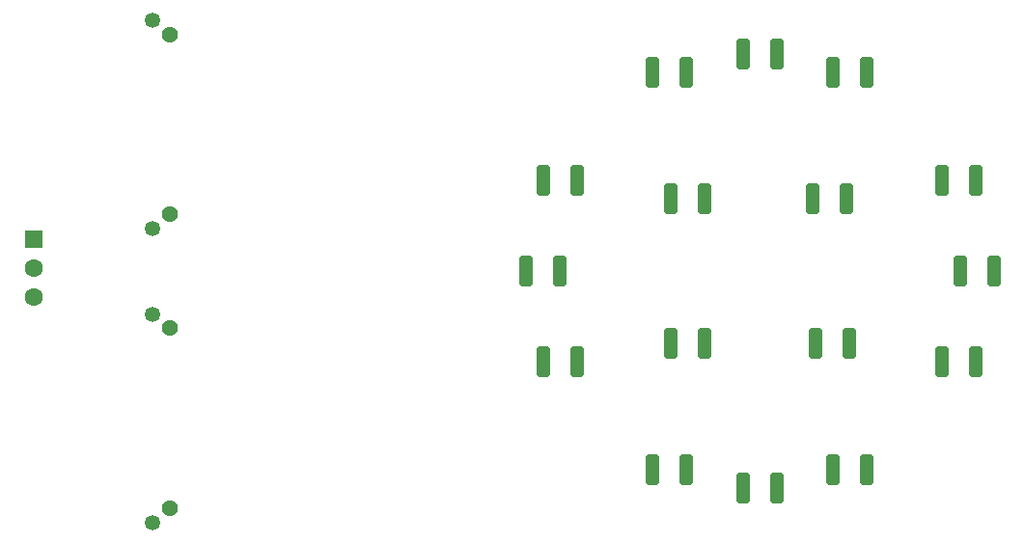
<source format=gbr>
%TF.GenerationSoftware,KiCad,Pcbnew,9.0.2*%
%TF.CreationDate,2025-05-27T17:54:28-07:00*%
%TF.ProjectId,16_6mSiPMs_9,31365f36-6d53-4695-904d-735f392e6b69,rev?*%
%TF.SameCoordinates,Original*%
%TF.FileFunction,Soldermask,Bot*%
%TF.FilePolarity,Negative*%
%FSLAX46Y46*%
G04 Gerber Fmt 4.6, Leading zero omitted, Abs format (unit mm)*
G04 Created by KiCad (PCBNEW 9.0.2) date 2025-05-27 17:54:28*
%MOMM*%
%LPD*%
G01*
G04 APERTURE LIST*
G04 Aperture macros list*
%AMRoundRect*
0 Rectangle with rounded corners*
0 $1 Rounding radius*
0 $2 $3 $4 $5 $6 $7 $8 $9 X,Y pos of 4 corners*
0 Add a 4 corners polygon primitive as box body*
4,1,4,$2,$3,$4,$5,$6,$7,$8,$9,$2,$3,0*
0 Add four circle primitives for the rounded corners*
1,1,$1+$1,$2,$3*
1,1,$1+$1,$4,$5*
1,1,$1+$1,$6,$7*
1,1,$1+$1,$8,$9*
0 Add four rect primitives between the rounded corners*
20,1,$1+$1,$2,$3,$4,$5,0*
20,1,$1+$1,$4,$5,$6,$7,0*
20,1,$1+$1,$6,$7,$8,$9,0*
20,1,$1+$1,$8,$9,$2,$3,0*%
G04 Aperture macros list end*
%ADD10C,1.350000*%
%ADD11C,1.431000*%
%ADD12RoundRect,0.102000X-0.699000X0.699000X-0.699000X-0.699000X0.699000X-0.699000X0.699000X0.699000X0*%
%ADD13C,1.602000*%
%ADD14RoundRect,0.250000X-0.325000X-1.100000X0.325000X-1.100000X0.325000X1.100000X-0.325000X1.100000X0*%
G04 APERTURE END LIST*
D10*
%TO.C,J\u002A\u002A*%
X170450000Y-80755000D03*
X170450000Y-99045000D03*
D11*
X171950000Y-82005000D03*
X171950000Y-97795000D03*
%TD*%
D12*
%TO.C,REF\u002A\u002A*%
X160000000Y-99960000D03*
D13*
X160000000Y-102500000D03*
X160000000Y-105040000D03*
%TD*%
D10*
%TO.C,J\u002A\u002A*%
X170450000Y-106555000D03*
X170450000Y-124845000D03*
D11*
X171950000Y-107805000D03*
X171950000Y-123595000D03*
%TD*%
D14*
%TO.C,10 nF*%
X228325000Y-96450000D03*
X231275000Y-96450000D03*
%TD*%
%TO.C,10 nF*%
X215875000Y-109150000D03*
X218825000Y-109150000D03*
%TD*%
%TO.C,10 nF*%
X241275000Y-102800000D03*
X244225000Y-102800000D03*
%TD*%
%TO.C,10 nF*%
X228575000Y-109150000D03*
X231525000Y-109150000D03*
%TD*%
%TO.C,10 nF*%
X203175000Y-102800000D03*
X206125000Y-102800000D03*
%TD*%
%TO.C,10 nF*%
X230162500Y-120262500D03*
X233112500Y-120262500D03*
%TD*%
%TO.C,10 nF*%
X204762500Y-94862500D03*
X207712500Y-94862500D03*
%TD*%
%TO.C,10 nF*%
X230162500Y-85337500D03*
X233112500Y-85337500D03*
%TD*%
%TO.C,10 nF*%
X222225000Y-83750000D03*
X225175000Y-83750000D03*
%TD*%
%TO.C,10 nF*%
X215875000Y-96450000D03*
X218825000Y-96450000D03*
%TD*%
%TO.C,10 nF*%
X214287500Y-120262500D03*
X217237500Y-120262500D03*
%TD*%
%TO.C,10 nF*%
X239687500Y-110737500D03*
X242637500Y-110737500D03*
%TD*%
%TO.C,10 nF*%
X204762500Y-110737500D03*
X207712500Y-110737500D03*
%TD*%
%TO.C,10 nF*%
X222225000Y-121850000D03*
X225175000Y-121850000D03*
%TD*%
%TO.C,10 nF*%
X214287500Y-85337500D03*
X217237500Y-85337500D03*
%TD*%
%TO.C,10 nF*%
X239687500Y-94862500D03*
X242637500Y-94862500D03*
%TD*%
M02*

</source>
